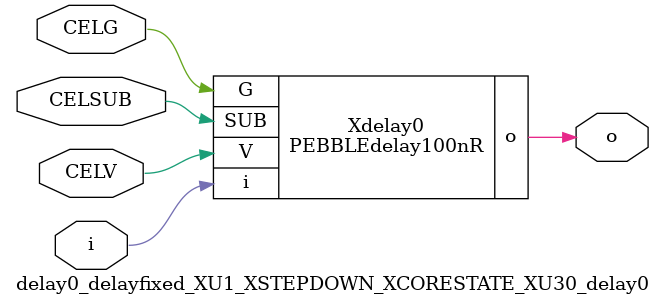
<source format=v>



module PEBBLEdelay100nR ( o, V, G, i, SUB );

  input V;
  input i;
  input G;
  output o;
  input SUB;
endmodule

//Celera Confidential Do Not Copy delay0_delayfixed_XU1_XSTEPDOWN_XCORESTATE_XU30_delay0
//TYPE: fixed 100ns
module delay0_delayfixed_XU1_XSTEPDOWN_XCORESTATE_XU30_delay0 (i, CELV, o,
CELG,CELSUB);
input CELV;
input i;
output o;
input CELSUB;
input CELG;

//Celera Confidential Do Not Copy delayfast0
PEBBLEdelay100nR Xdelay0(
.V (CELV),
.i (i),
.o (o),
.G (CELG),
.SUB (CELSUB)
);
//,diesize,PEBBLEdelay100nR

//Celera Confidential Do Not Copy Module End
//Celera Schematic Generator
endmodule

</source>
